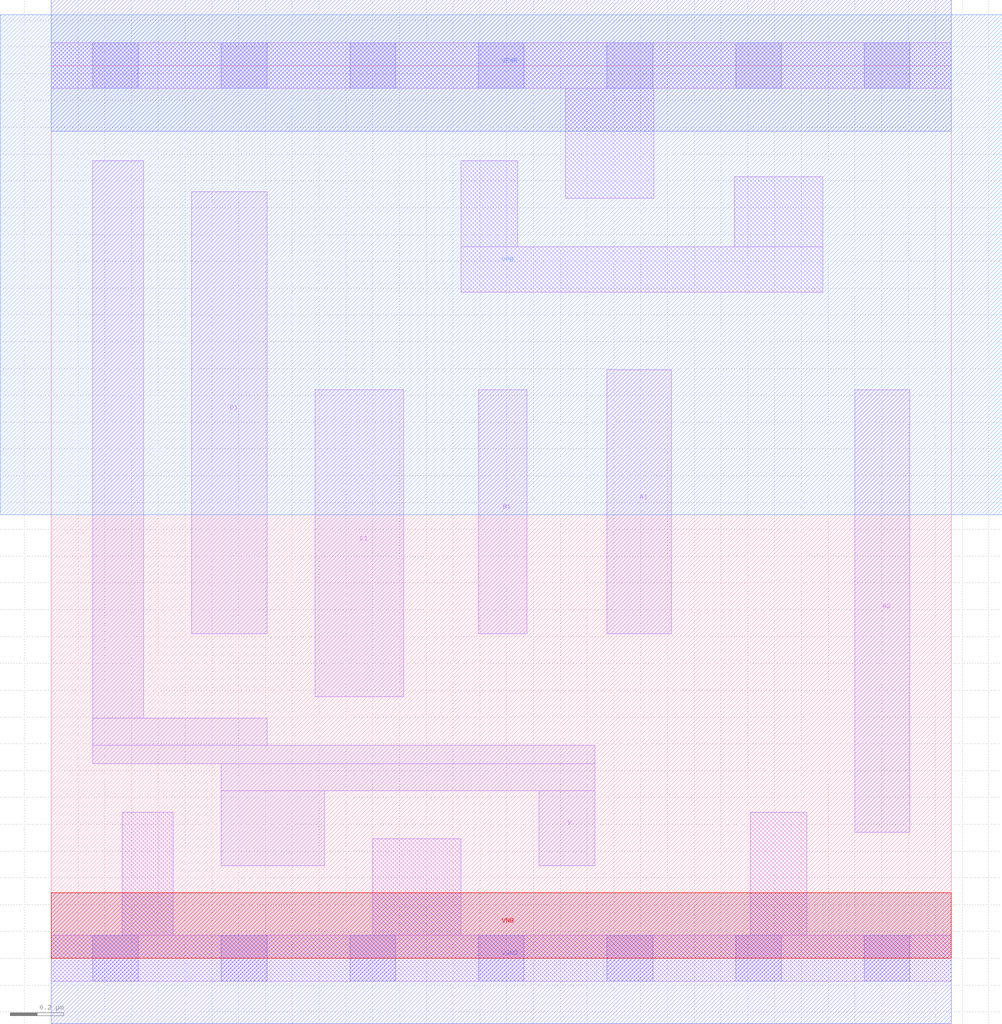
<source format=lef>
# Copyright 2020 The SkyWater PDK Authors
#
# Licensed under the Apache License, Version 2.0 (the "License");
# you may not use this file except in compliance with the License.
# You may obtain a copy of the License at
#
#     https://www.apache.org/licenses/LICENSE-2.0
#
# Unless required by applicable law or agreed to in writing, software
# distributed under the License is distributed on an "AS IS" BASIS,
# WITHOUT WARRANTIES OR CONDITIONS OF ANY KIND, either express or implied.
# See the License for the specific language governing permissions and
# limitations under the License.
#
# SPDX-License-Identifier: Apache-2.0

VERSION 5.7 ;
  NOWIREEXTENSIONATPIN ON ;
  DIVIDERCHAR "/" ;
  BUSBITCHARS "[]" ;
MACRO sky130_fd_sc_lp__a2111oi_m
  CLASS CORE ;
  FOREIGN sky130_fd_sc_lp__a2111oi_m ;
  ORIGIN  0.000000  0.000000 ;
  SIZE  3.360000 BY  3.330000 ;
  SYMMETRY X Y R90 ;
  SITE unit ;
  PIN A1
    ANTENNAGATEAREA  0.126000 ;
    DIRECTION INPUT ;
    USE SIGNAL ;
    PORT
      LAYER li1 ;
        RECT 2.075000 1.210000 2.315000 2.195000 ;
    END
  END A1
  PIN A2
    ANTENNAGATEAREA  0.126000 ;
    DIRECTION INPUT ;
    USE SIGNAL ;
    PORT
      LAYER li1 ;
        RECT 3.000000 0.470000 3.205000 2.120000 ;
    END
  END A2
  PIN B1
    ANTENNAGATEAREA  0.126000 ;
    DIRECTION INPUT ;
    USE SIGNAL ;
    PORT
      LAYER li1 ;
        RECT 1.595000 1.210000 1.775000 2.120000 ;
    END
  END B1
  PIN C1
    ANTENNAGATEAREA  0.126000 ;
    DIRECTION INPUT ;
    USE SIGNAL ;
    PORT
      LAYER li1 ;
        RECT 0.985000 0.975000 1.315000 2.120000 ;
    END
  END C1
  PIN D1
    ANTENNAGATEAREA  0.126000 ;
    DIRECTION INPUT ;
    USE SIGNAL ;
    PORT
      LAYER li1 ;
        RECT 0.525000 1.210000 0.805000 2.860000 ;
    END
  END D1
  PIN Y
    ANTENNADIFFAREA  0.441000 ;
    DIRECTION OUTPUT ;
    USE SIGNAL ;
    PORT
      LAYER li1 ;
        RECT 0.155000 0.725000 2.030000 0.795000 ;
        RECT 0.155000 0.795000 0.805000 0.895000 ;
        RECT 0.155000 0.895000 0.345000 2.975000 ;
        RECT 0.635000 0.345000 1.020000 0.625000 ;
        RECT 0.635000 0.625000 2.030000 0.725000 ;
        RECT 1.820000 0.345000 2.030000 0.625000 ;
    END
  END Y
  PIN VGND
    DIRECTION INOUT ;
    USE GROUND ;
    PORT
      LAYER met1 ;
        RECT 0.000000 -0.245000 3.360000 0.245000 ;
    END
  END VGND
  PIN VNB
    DIRECTION INOUT ;
    USE GROUND ;
    PORT
      LAYER pwell ;
        RECT 0.000000 0.000000 3.360000 0.245000 ;
    END
  END VNB
  PIN VPB
    DIRECTION INOUT ;
    USE POWER ;
    PORT
      LAYER nwell ;
        RECT -0.190000 1.655000 3.550000 3.520000 ;
    END
  END VPB
  PIN VPWR
    DIRECTION INOUT ;
    USE POWER ;
    PORT
      LAYER met1 ;
        RECT 0.000000 3.085000 3.360000 3.575000 ;
    END
  END VPWR
  OBS
    LAYER li1 ;
      RECT 0.000000 -0.085000 3.360000 0.085000 ;
      RECT 0.000000  3.245000 3.360000 3.415000 ;
      RECT 0.265000  0.085000 0.455000 0.545000 ;
      RECT 1.200000  0.085000 1.530000 0.445000 ;
      RECT 1.530000  2.485000 2.880000 2.655000 ;
      RECT 1.530000  2.655000 1.740000 2.975000 ;
      RECT 1.920000  2.835000 2.250000 3.245000 ;
      RECT 2.550000  2.655000 2.880000 2.915000 ;
      RECT 2.610000  0.085000 2.820000 0.545000 ;
    LAYER mcon ;
      RECT 0.155000 -0.085000 0.325000 0.085000 ;
      RECT 0.155000  3.245000 0.325000 3.415000 ;
      RECT 0.635000 -0.085000 0.805000 0.085000 ;
      RECT 0.635000  3.245000 0.805000 3.415000 ;
      RECT 1.115000 -0.085000 1.285000 0.085000 ;
      RECT 1.115000  3.245000 1.285000 3.415000 ;
      RECT 1.595000 -0.085000 1.765000 0.085000 ;
      RECT 1.595000  3.245000 1.765000 3.415000 ;
      RECT 2.075000 -0.085000 2.245000 0.085000 ;
      RECT 2.075000  3.245000 2.245000 3.415000 ;
      RECT 2.555000 -0.085000 2.725000 0.085000 ;
      RECT 2.555000  3.245000 2.725000 3.415000 ;
      RECT 3.035000 -0.085000 3.205000 0.085000 ;
      RECT 3.035000  3.245000 3.205000 3.415000 ;
  END
END sky130_fd_sc_lp__a2111oi_m
END LIBRARY

</source>
